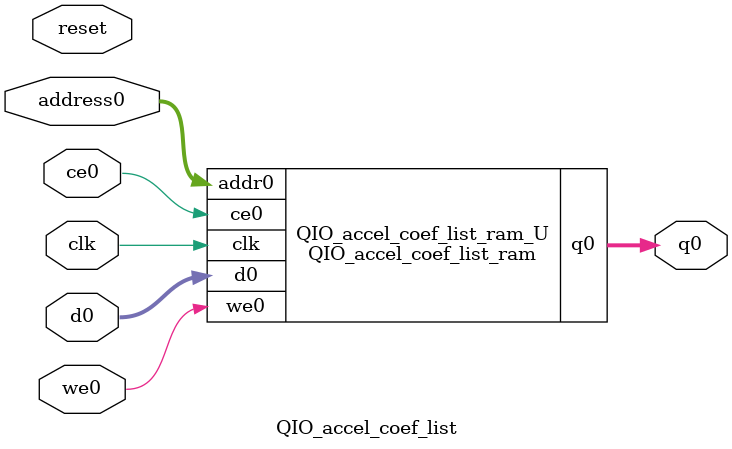
<source format=v>
`timescale 1 ns / 1 ps
module QIO_accel_coef_list_ram (addr0, ce0, d0, we0, q0,  clk);

parameter DWIDTH = 32;
parameter AWIDTH = 16;
parameter MEM_SIZE = 65536;

input[AWIDTH-1:0] addr0;
input ce0;
input[DWIDTH-1:0] d0;
input we0;
output reg[DWIDTH-1:0] q0;
input clk;

(* ram_style = "block" *)reg [DWIDTH-1:0] ram[0:MEM_SIZE-1];




always @(posedge clk)  
begin 
    if (ce0) begin
        if (we0) 
            ram[addr0] <= d0; 
        q0 <= ram[addr0];
    end
end


endmodule

`timescale 1 ns / 1 ps
module QIO_accel_coef_list(
    reset,
    clk,
    address0,
    ce0,
    we0,
    d0,
    q0);

parameter DataWidth = 32'd32;
parameter AddressRange = 32'd65536;
parameter AddressWidth = 32'd16;
input reset;
input clk;
input[AddressWidth - 1:0] address0;
input ce0;
input we0;
input[DataWidth - 1:0] d0;
output[DataWidth - 1:0] q0;



QIO_accel_coef_list_ram QIO_accel_coef_list_ram_U(
    .clk( clk ),
    .addr0( address0 ),
    .ce0( ce0 ),
    .we0( we0 ),
    .d0( d0 ),
    .q0( q0 ));

endmodule


</source>
